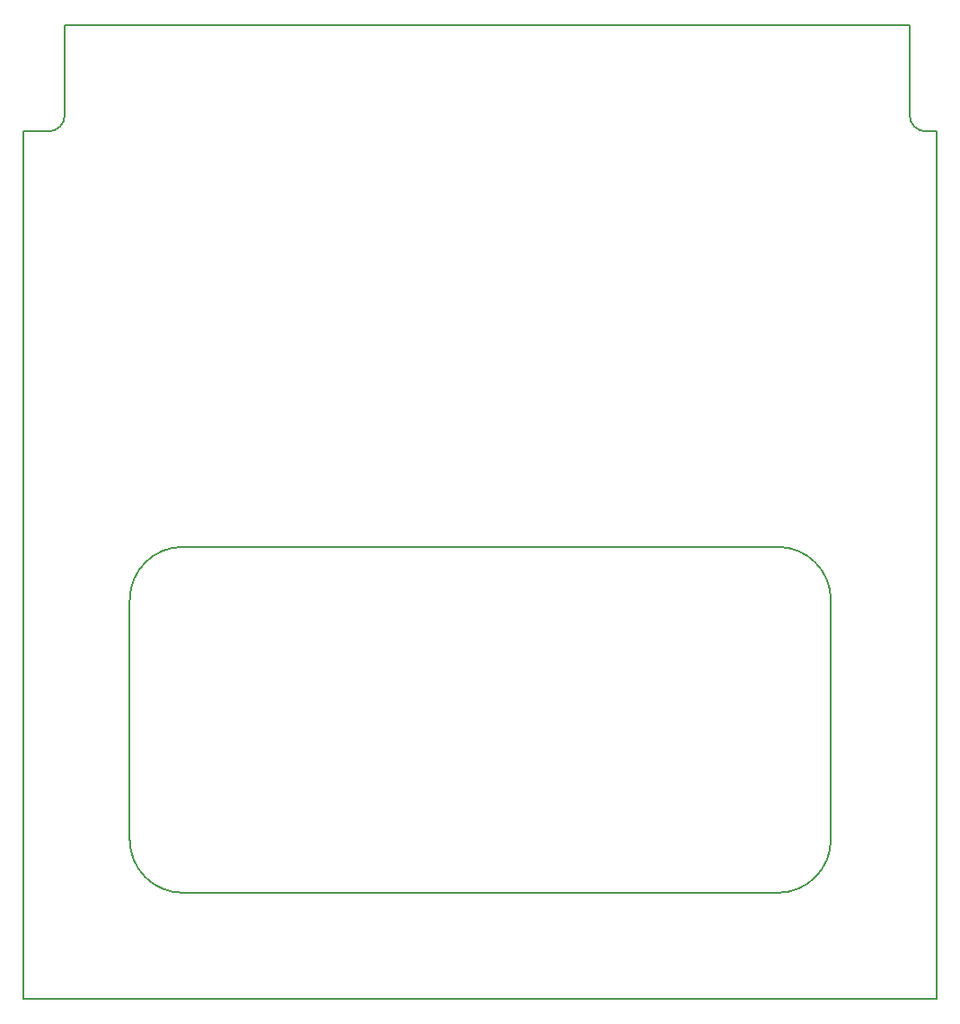
<source format=gbr>
%TF.GenerationSoftware,KiCad,Pcbnew,5.1.6-1.fc32*%
%TF.CreationDate,2020-09-11T21:55:50-03:00*%
%TF.ProjectId,pc104-adapter-bottom,70633130-342d-4616-9461-707465722d62,v2.0*%
%TF.SameCoordinates,Original*%
%TF.FileFunction,Profile,NP*%
%FSLAX46Y46*%
G04 Gerber Fmt 4.6, Leading zero omitted, Abs format (unit mm)*
G04 Created by KiCad (PCBNEW 5.1.6-1.fc32) date 2020-09-11 21:55:50*
%MOMM*%
%LPD*%
G01*
G04 APERTURE LIST*
%TA.AperFunction,Profile*%
%ADD10C,0.150000*%
%TD*%
G04 APERTURE END LIST*
D10*
X185840000Y-60636000D02*
X185840000Y-52136000D01*
X187340000Y-62136000D02*
X188400000Y-62136000D01*
X187340000Y-62136000D02*
G75*
G02*
X185840000Y-60636000I0J1500000D01*
G01*
X106160000Y-60636000D02*
X106160000Y-52136000D01*
X106160000Y-60636000D02*
G75*
G02*
X104660000Y-62136000I-1500000J0D01*
G01*
X112300000Y-128900000D02*
X112300000Y-106300000D01*
X173400000Y-133900000D02*
X117300000Y-133900000D01*
X178400000Y-106300000D02*
X178400000Y-128900000D01*
X117300000Y-101300000D02*
X173400000Y-101300000D01*
X178400000Y-128900000D02*
G75*
G02*
X173400000Y-133900000I-5000000J0D01*
G01*
X117300000Y-133900000D02*
G75*
G02*
X112300000Y-128900000I0J5000000D01*
G01*
X173400000Y-101300000D02*
G75*
G02*
X178400000Y-106300000I0J-5000000D01*
G01*
X112300000Y-106300000D02*
G75*
G02*
X117300000Y-101300000I5000000J0D01*
G01*
X188400000Y-143900000D02*
X188400000Y-62136000D01*
X102300000Y-143900000D02*
X102300000Y-62136000D01*
X188400000Y-143900000D02*
X102300000Y-143900000D01*
X102300000Y-62136000D02*
X104660000Y-62136000D01*
X106160000Y-52136000D02*
X185840000Y-52136000D01*
M02*

</source>
